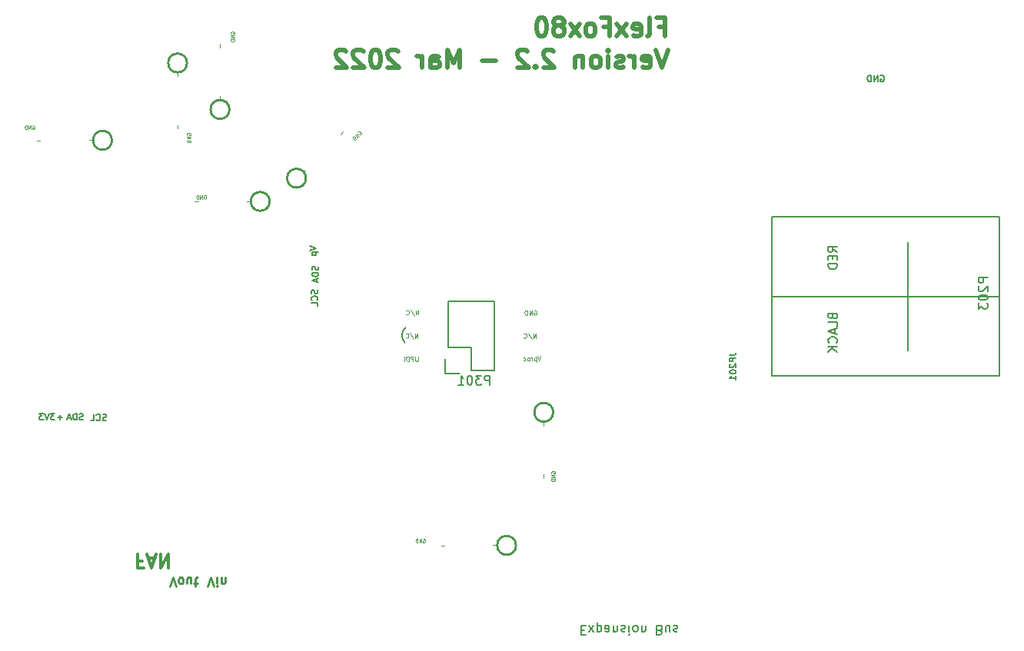
<source format=gbo>
G04 #@! TF.GenerationSoftware,KiCad,Pcbnew,(5.1.9-0-10_14)*
G04 #@! TF.CreationDate,2022-03-31T14:03:38-04:00*
G04 #@! TF.ProjectId,FlexFox80,466c6578-466f-4783-9830-2e6b69636164,1.10*
G04 #@! TF.SameCoordinates,Original*
G04 #@! TF.FileFunction,Legend,Bot*
G04 #@! TF.FilePolarity,Positive*
%FSLAX46Y46*%
G04 Gerber Fmt 4.6, Leading zero omitted, Abs format (unit mm)*
G04 Created by KiCad (PCBNEW (5.1.9-0-10_14)) date 2022-03-31 14:03:38*
%MOMM*%
%LPD*%
G01*
G04 APERTURE LIST*
%ADD10C,0.300000*%
%ADD11C,0.250000*%
%ADD12C,0.175000*%
%ADD13C,0.200000*%
%ADD14C,0.125000*%
%ADD15C,0.500000*%
%ADD16C,0.150000*%
%ADD17C,0.100000*%
G04 APERTURE END LIST*
D10*
X32995714Y-99647142D02*
X32495714Y-99647142D01*
X32495714Y-98861428D02*
X32495714Y-100361428D01*
X33210000Y-100361428D01*
X33710000Y-99290000D02*
X34424285Y-99290000D01*
X33567142Y-98861428D02*
X34067142Y-100361428D01*
X34567142Y-98861428D01*
X35067142Y-98861428D02*
X35067142Y-100361428D01*
X35924285Y-98861428D01*
X35924285Y-100361428D01*
D11*
X36066190Y-102447619D02*
X36399523Y-101447619D01*
X36732857Y-102447619D01*
X37209047Y-101447619D02*
X37113809Y-101495238D01*
X37066190Y-101542857D01*
X37018571Y-101638095D01*
X37018571Y-101923809D01*
X37066190Y-102019047D01*
X37113809Y-102066666D01*
X37209047Y-102114285D01*
X37351904Y-102114285D01*
X37447142Y-102066666D01*
X37494761Y-102019047D01*
X37542380Y-101923809D01*
X37542380Y-101638095D01*
X37494761Y-101542857D01*
X37447142Y-101495238D01*
X37351904Y-101447619D01*
X37209047Y-101447619D01*
X38399523Y-102114285D02*
X38399523Y-101447619D01*
X37970952Y-102114285D02*
X37970952Y-101590476D01*
X38018571Y-101495238D01*
X38113809Y-101447619D01*
X38256666Y-101447619D01*
X38351904Y-101495238D01*
X38399523Y-101542857D01*
X38732857Y-102114285D02*
X39113809Y-102114285D01*
X38875714Y-102447619D02*
X38875714Y-101590476D01*
X38923333Y-101495238D01*
X39018571Y-101447619D01*
X39113809Y-101447619D01*
X40256190Y-102427619D02*
X40589523Y-101427619D01*
X40922857Y-102427619D01*
X41256190Y-101427619D02*
X41256190Y-102094285D01*
X41256190Y-102427619D02*
X41208571Y-102380000D01*
X41256190Y-102332380D01*
X41303809Y-102380000D01*
X41256190Y-102427619D01*
X41256190Y-102332380D01*
X41732380Y-102094285D02*
X41732380Y-101427619D01*
X41732380Y-101999047D02*
X41780000Y-102046666D01*
X41875238Y-102094285D01*
X42018095Y-102094285D01*
X42113333Y-102046666D01*
X42160952Y-101951428D01*
X42160952Y-101427619D01*
D12*
X52403333Y-67170000D02*
X52436666Y-67270000D01*
X52436666Y-67436666D01*
X52403333Y-67503333D01*
X52370000Y-67536666D01*
X52303333Y-67570000D01*
X52236666Y-67570000D01*
X52170000Y-67536666D01*
X52136666Y-67503333D01*
X52103333Y-67436666D01*
X52070000Y-67303333D01*
X52036666Y-67236666D01*
X52003333Y-67203333D01*
X51936666Y-67170000D01*
X51870000Y-67170000D01*
X51803333Y-67203333D01*
X51770000Y-67236666D01*
X51736666Y-67303333D01*
X51736666Y-67470000D01*
X51770000Y-67570000D01*
X52436666Y-67870000D02*
X51736666Y-67870000D01*
X51736666Y-68036666D01*
X51770000Y-68136666D01*
X51836666Y-68203333D01*
X51903333Y-68236666D01*
X52036666Y-68270000D01*
X52136666Y-68270000D01*
X52270000Y-68236666D01*
X52336666Y-68203333D01*
X52403333Y-68136666D01*
X52436666Y-68036666D01*
X52436666Y-67870000D01*
X52236666Y-68536666D02*
X52236666Y-68870000D01*
X52436666Y-68470000D02*
X51736666Y-68703333D01*
X52436666Y-68936666D01*
X51466666Y-64930000D02*
X52166666Y-65163333D01*
X51466666Y-65396666D01*
X51700000Y-65630000D02*
X52400000Y-65630000D01*
X51733333Y-65630000D02*
X51700000Y-65696666D01*
X51700000Y-65830000D01*
X51733333Y-65896666D01*
X51766666Y-65930000D01*
X51833333Y-65963333D01*
X52033333Y-65963333D01*
X52100000Y-65930000D01*
X52133333Y-65896666D01*
X52166666Y-65830000D01*
X52166666Y-65696666D01*
X52133333Y-65630000D01*
X52303333Y-69776666D02*
X52336666Y-69876666D01*
X52336666Y-70043333D01*
X52303333Y-70110000D01*
X52270000Y-70143333D01*
X52203333Y-70176666D01*
X52136666Y-70176666D01*
X52070000Y-70143333D01*
X52036666Y-70110000D01*
X52003333Y-70043333D01*
X51970000Y-69910000D01*
X51936666Y-69843333D01*
X51903333Y-69810000D01*
X51836666Y-69776666D01*
X51770000Y-69776666D01*
X51703333Y-69810000D01*
X51670000Y-69843333D01*
X51636666Y-69910000D01*
X51636666Y-70076666D01*
X51670000Y-70176666D01*
X52270000Y-70876666D02*
X52303333Y-70843333D01*
X52336666Y-70743333D01*
X52336666Y-70676666D01*
X52303333Y-70576666D01*
X52236666Y-70510000D01*
X52170000Y-70476666D01*
X52036666Y-70443333D01*
X51936666Y-70443333D01*
X51803333Y-70476666D01*
X51736666Y-70510000D01*
X51670000Y-70576666D01*
X51636666Y-70676666D01*
X51636666Y-70743333D01*
X51670000Y-70843333D01*
X51703333Y-70876666D01*
X52336666Y-71510000D02*
X52336666Y-71176666D01*
X51636666Y-71176666D01*
D13*
X81408095Y-107251428D02*
X81741428Y-107251428D01*
X81884285Y-106727619D02*
X81408095Y-106727619D01*
X81408095Y-107727619D01*
X81884285Y-107727619D01*
X82217619Y-106727619D02*
X82741428Y-107394285D01*
X82217619Y-107394285D02*
X82741428Y-106727619D01*
X83122380Y-107394285D02*
X83122380Y-106394285D01*
X83122380Y-107346666D02*
X83217619Y-107394285D01*
X83408095Y-107394285D01*
X83503333Y-107346666D01*
X83550952Y-107299047D01*
X83598571Y-107203809D01*
X83598571Y-106918095D01*
X83550952Y-106822857D01*
X83503333Y-106775238D01*
X83408095Y-106727619D01*
X83217619Y-106727619D01*
X83122380Y-106775238D01*
X84455714Y-106727619D02*
X84455714Y-107251428D01*
X84408095Y-107346666D01*
X84312857Y-107394285D01*
X84122380Y-107394285D01*
X84027142Y-107346666D01*
X84455714Y-106775238D02*
X84360476Y-106727619D01*
X84122380Y-106727619D01*
X84027142Y-106775238D01*
X83979523Y-106870476D01*
X83979523Y-106965714D01*
X84027142Y-107060952D01*
X84122380Y-107108571D01*
X84360476Y-107108571D01*
X84455714Y-107156190D01*
X84931904Y-107394285D02*
X84931904Y-106727619D01*
X84931904Y-107299047D02*
X84979523Y-107346666D01*
X85074761Y-107394285D01*
X85217619Y-107394285D01*
X85312857Y-107346666D01*
X85360476Y-107251428D01*
X85360476Y-106727619D01*
X85789047Y-106775238D02*
X85884285Y-106727619D01*
X86074761Y-106727619D01*
X86170000Y-106775238D01*
X86217619Y-106870476D01*
X86217619Y-106918095D01*
X86170000Y-107013333D01*
X86074761Y-107060952D01*
X85931904Y-107060952D01*
X85836666Y-107108571D01*
X85789047Y-107203809D01*
X85789047Y-107251428D01*
X85836666Y-107346666D01*
X85931904Y-107394285D01*
X86074761Y-107394285D01*
X86170000Y-107346666D01*
X86646190Y-106727619D02*
X86646190Y-107394285D01*
X86646190Y-107727619D02*
X86598571Y-107680000D01*
X86646190Y-107632380D01*
X86693809Y-107680000D01*
X86646190Y-107727619D01*
X86646190Y-107632380D01*
X87265238Y-106727619D02*
X87170000Y-106775238D01*
X87122380Y-106822857D01*
X87074761Y-106918095D01*
X87074761Y-107203809D01*
X87122380Y-107299047D01*
X87170000Y-107346666D01*
X87265238Y-107394285D01*
X87408095Y-107394285D01*
X87503333Y-107346666D01*
X87550952Y-107299047D01*
X87598571Y-107203809D01*
X87598571Y-106918095D01*
X87550952Y-106822857D01*
X87503333Y-106775238D01*
X87408095Y-106727619D01*
X87265238Y-106727619D01*
X88027142Y-107394285D02*
X88027142Y-106727619D01*
X88027142Y-107299047D02*
X88074761Y-107346666D01*
X88170000Y-107394285D01*
X88312857Y-107394285D01*
X88408095Y-107346666D01*
X88455714Y-107251428D01*
X88455714Y-106727619D01*
X90027142Y-107251428D02*
X90170000Y-107203809D01*
X90217619Y-107156190D01*
X90265238Y-107060952D01*
X90265238Y-106918095D01*
X90217619Y-106822857D01*
X90170000Y-106775238D01*
X90074761Y-106727619D01*
X89693809Y-106727619D01*
X89693809Y-107727619D01*
X90027142Y-107727619D01*
X90122380Y-107680000D01*
X90170000Y-107632380D01*
X90217619Y-107537142D01*
X90217619Y-107441904D01*
X90170000Y-107346666D01*
X90122380Y-107299047D01*
X90027142Y-107251428D01*
X89693809Y-107251428D01*
X91122380Y-107394285D02*
X91122380Y-106727619D01*
X90693809Y-107394285D02*
X90693809Y-106870476D01*
X90741428Y-106775238D01*
X90836666Y-106727619D01*
X90979523Y-106727619D01*
X91074761Y-106775238D01*
X91122380Y-106822857D01*
X91550952Y-106775238D02*
X91646190Y-106727619D01*
X91836666Y-106727619D01*
X91931904Y-106775238D01*
X91979523Y-106870476D01*
X91979523Y-106918095D01*
X91931904Y-107013333D01*
X91836666Y-107060952D01*
X91693809Y-107060952D01*
X91598571Y-107108571D01*
X91550952Y-107203809D01*
X91550952Y-107251428D01*
X91598571Y-107346666D01*
X91693809Y-107394285D01*
X91836666Y-107394285D01*
X91931904Y-107346666D01*
D12*
X24213333Y-83820000D02*
X23680000Y-83820000D01*
X23946666Y-84086666D02*
X23946666Y-83553333D01*
X23413333Y-83386666D02*
X22980000Y-83386666D01*
X23213333Y-83653333D01*
X23113333Y-83653333D01*
X23046666Y-83686666D01*
X23013333Y-83720000D01*
X22980000Y-83786666D01*
X22980000Y-83953333D01*
X23013333Y-84020000D01*
X23046666Y-84053333D01*
X23113333Y-84086666D01*
X23313333Y-84086666D01*
X23380000Y-84053333D01*
X23413333Y-84020000D01*
X22780000Y-83386666D02*
X22546666Y-84086666D01*
X22313333Y-83386666D01*
X22146666Y-83386666D02*
X21713333Y-83386666D01*
X21946666Y-83653333D01*
X21846666Y-83653333D01*
X21780000Y-83686666D01*
X21746666Y-83720000D01*
X21713333Y-83786666D01*
X21713333Y-83953333D01*
X21746666Y-84020000D01*
X21780000Y-84053333D01*
X21846666Y-84086666D01*
X22046666Y-84086666D01*
X22113333Y-84053333D01*
X22146666Y-84020000D01*
D13*
X61940000Y-75560000D02*
G75*
G02*
X62020000Y-73900000I870000J790000D01*
G01*
D12*
X29073333Y-84103333D02*
X28973333Y-84136666D01*
X28806666Y-84136666D01*
X28740000Y-84103333D01*
X28706666Y-84070000D01*
X28673333Y-84003333D01*
X28673333Y-83936666D01*
X28706666Y-83870000D01*
X28740000Y-83836666D01*
X28806666Y-83803333D01*
X28940000Y-83770000D01*
X29006666Y-83736666D01*
X29040000Y-83703333D01*
X29073333Y-83636666D01*
X29073333Y-83570000D01*
X29040000Y-83503333D01*
X29006666Y-83470000D01*
X28940000Y-83436666D01*
X28773333Y-83436666D01*
X28673333Y-83470000D01*
X27973333Y-84070000D02*
X28006666Y-84103333D01*
X28106666Y-84136666D01*
X28173333Y-84136666D01*
X28273333Y-84103333D01*
X28340000Y-84036666D01*
X28373333Y-83970000D01*
X28406666Y-83836666D01*
X28406666Y-83736666D01*
X28373333Y-83603333D01*
X28340000Y-83536666D01*
X28273333Y-83470000D01*
X28173333Y-83436666D01*
X28106666Y-83436666D01*
X28006666Y-83470000D01*
X27973333Y-83503333D01*
X27340000Y-84136666D02*
X27673333Y-84136666D01*
X27673333Y-83436666D01*
X26510000Y-84053333D02*
X26410000Y-84086666D01*
X26243333Y-84086666D01*
X26176666Y-84053333D01*
X26143333Y-84020000D01*
X26110000Y-83953333D01*
X26110000Y-83886666D01*
X26143333Y-83820000D01*
X26176666Y-83786666D01*
X26243333Y-83753333D01*
X26376666Y-83720000D01*
X26443333Y-83686666D01*
X26476666Y-83653333D01*
X26510000Y-83586666D01*
X26510000Y-83520000D01*
X26476666Y-83453333D01*
X26443333Y-83420000D01*
X26376666Y-83386666D01*
X26210000Y-83386666D01*
X26110000Y-83420000D01*
X25810000Y-84086666D02*
X25810000Y-83386666D01*
X25643333Y-83386666D01*
X25543333Y-83420000D01*
X25476666Y-83486666D01*
X25443333Y-83553333D01*
X25410000Y-83686666D01*
X25410000Y-83786666D01*
X25443333Y-83920000D01*
X25476666Y-83986666D01*
X25543333Y-84053333D01*
X25643333Y-84086666D01*
X25810000Y-84086666D01*
X25143333Y-83886666D02*
X24810000Y-83886666D01*
X25210000Y-84086666D02*
X24976666Y-83386666D01*
X24743333Y-84086666D01*
X114343333Y-46150000D02*
X114410000Y-46116666D01*
X114510000Y-46116666D01*
X114610000Y-46150000D01*
X114676666Y-46216666D01*
X114710000Y-46283333D01*
X114743333Y-46416666D01*
X114743333Y-46516666D01*
X114710000Y-46650000D01*
X114676666Y-46716666D01*
X114610000Y-46783333D01*
X114510000Y-46816666D01*
X114443333Y-46816666D01*
X114343333Y-46783333D01*
X114310000Y-46750000D01*
X114310000Y-46516666D01*
X114443333Y-46516666D01*
X114010000Y-46816666D02*
X114010000Y-46116666D01*
X113610000Y-46816666D01*
X113610000Y-46116666D01*
X113276666Y-46816666D02*
X113276666Y-46116666D01*
X113110000Y-46116666D01*
X113010000Y-46150000D01*
X112943333Y-46216666D01*
X112910000Y-46283333D01*
X112876666Y-46416666D01*
X112876666Y-46516666D01*
X112910000Y-46650000D01*
X112943333Y-46716666D01*
X113010000Y-46783333D01*
X113110000Y-46816666D01*
X113276666Y-46816666D01*
D14*
X76180952Y-72030000D02*
X76228571Y-72006190D01*
X76300000Y-72006190D01*
X76371428Y-72030000D01*
X76419047Y-72077619D01*
X76442857Y-72125238D01*
X76466666Y-72220476D01*
X76466666Y-72291904D01*
X76442857Y-72387142D01*
X76419047Y-72434761D01*
X76371428Y-72482380D01*
X76300000Y-72506190D01*
X76252380Y-72506190D01*
X76180952Y-72482380D01*
X76157142Y-72458571D01*
X76157142Y-72291904D01*
X76252380Y-72291904D01*
X75942857Y-72506190D02*
X75942857Y-72006190D01*
X75657142Y-72506190D01*
X75657142Y-72006190D01*
X75419047Y-72506190D02*
X75419047Y-72006190D01*
X75300000Y-72006190D01*
X75228571Y-72030000D01*
X75180952Y-72077619D01*
X75157142Y-72125238D01*
X75133333Y-72220476D01*
X75133333Y-72291904D01*
X75157142Y-72387142D01*
X75180952Y-72434761D01*
X75228571Y-72482380D01*
X75300000Y-72506190D01*
X75419047Y-72506190D01*
X76374761Y-75056190D02*
X76374761Y-74556190D01*
X76089047Y-75056190D01*
X76089047Y-74556190D01*
X75493809Y-74532380D02*
X75922380Y-75175238D01*
X75041428Y-75008571D02*
X75065238Y-75032380D01*
X75136666Y-75056190D01*
X75184285Y-75056190D01*
X75255714Y-75032380D01*
X75303333Y-74984761D01*
X75327142Y-74937142D01*
X75350952Y-74841904D01*
X75350952Y-74770476D01*
X75327142Y-74675238D01*
X75303333Y-74627619D01*
X75255714Y-74580000D01*
X75184285Y-74556190D01*
X75136666Y-74556190D01*
X75065238Y-74580000D01*
X75041428Y-74603809D01*
X76918095Y-77056190D02*
X76751428Y-77556190D01*
X76584761Y-77056190D01*
X76418095Y-77222857D02*
X76418095Y-77722857D01*
X76418095Y-77246666D02*
X76370476Y-77222857D01*
X76275238Y-77222857D01*
X76227619Y-77246666D01*
X76203809Y-77270476D01*
X76180000Y-77318095D01*
X76180000Y-77460952D01*
X76203809Y-77508571D01*
X76227619Y-77532380D01*
X76275238Y-77556190D01*
X76370476Y-77556190D01*
X76418095Y-77532380D01*
X75965714Y-77556190D02*
X75965714Y-77222857D01*
X75965714Y-77318095D02*
X75941904Y-77270476D01*
X75918095Y-77246666D01*
X75870476Y-77222857D01*
X75822857Y-77222857D01*
X75584761Y-77556190D02*
X75632380Y-77532380D01*
X75656190Y-77508571D01*
X75680000Y-77460952D01*
X75680000Y-77318095D01*
X75656190Y-77270476D01*
X75632380Y-77246666D01*
X75584761Y-77222857D01*
X75513333Y-77222857D01*
X75465714Y-77246666D01*
X75441904Y-77270476D01*
X75418095Y-77318095D01*
X75418095Y-77460952D01*
X75441904Y-77508571D01*
X75465714Y-77532380D01*
X75513333Y-77556190D01*
X75584761Y-77556190D01*
X74989523Y-77532380D02*
X75037142Y-77556190D01*
X75132380Y-77556190D01*
X75180000Y-77532380D01*
X75203809Y-77508571D01*
X75227619Y-77460952D01*
X75227619Y-77318095D01*
X75203809Y-77270476D01*
X75180000Y-77246666D01*
X75132380Y-77222857D01*
X75037142Y-77222857D01*
X74989523Y-77246666D01*
X63374761Y-75036190D02*
X63374761Y-74536190D01*
X63089047Y-75036190D01*
X63089047Y-74536190D01*
X62493809Y-74512380D02*
X62922380Y-75155238D01*
X62041428Y-74988571D02*
X62065238Y-75012380D01*
X62136666Y-75036190D01*
X62184285Y-75036190D01*
X62255714Y-75012380D01*
X62303333Y-74964761D01*
X62327142Y-74917142D01*
X62350952Y-74821904D01*
X62350952Y-74750476D01*
X62327142Y-74655238D01*
X62303333Y-74607619D01*
X62255714Y-74560000D01*
X62184285Y-74536190D01*
X62136666Y-74536190D01*
X62065238Y-74560000D01*
X62041428Y-74583809D01*
X63391904Y-77096190D02*
X63391904Y-77500952D01*
X63368095Y-77548571D01*
X63344285Y-77572380D01*
X63296666Y-77596190D01*
X63201428Y-77596190D01*
X63153809Y-77572380D01*
X63130000Y-77548571D01*
X63106190Y-77500952D01*
X63106190Y-77096190D01*
X62868095Y-77596190D02*
X62868095Y-77096190D01*
X62677619Y-77096190D01*
X62630000Y-77120000D01*
X62606190Y-77143809D01*
X62582380Y-77191428D01*
X62582380Y-77262857D01*
X62606190Y-77310476D01*
X62630000Y-77334285D01*
X62677619Y-77358095D01*
X62868095Y-77358095D01*
X62368095Y-77596190D02*
X62368095Y-77096190D01*
X62249047Y-77096190D01*
X62177619Y-77120000D01*
X62130000Y-77167619D01*
X62106190Y-77215238D01*
X62082380Y-77310476D01*
X62082380Y-77381904D01*
X62106190Y-77477142D01*
X62130000Y-77524761D01*
X62177619Y-77572380D01*
X62249047Y-77596190D01*
X62368095Y-77596190D01*
X61868095Y-77596190D02*
X61868095Y-77096190D01*
X63414761Y-72486190D02*
X63414761Y-71986190D01*
X63129047Y-72486190D01*
X63129047Y-71986190D01*
X62533809Y-71962380D02*
X62962380Y-72605238D01*
X62081428Y-72438571D02*
X62105238Y-72462380D01*
X62176666Y-72486190D01*
X62224285Y-72486190D01*
X62295714Y-72462380D01*
X62343333Y-72414761D01*
X62367142Y-72367142D01*
X62390952Y-72271904D01*
X62390952Y-72200476D01*
X62367142Y-72105238D01*
X62343333Y-72057619D01*
X62295714Y-72010000D01*
X62224285Y-71986190D01*
X62176666Y-71986190D01*
X62105238Y-72010000D01*
X62081428Y-72033809D01*
D15*
X89952142Y-40747142D02*
X90618809Y-40747142D01*
X90618809Y-41794761D02*
X90618809Y-39794761D01*
X89666428Y-39794761D01*
X88618809Y-41794761D02*
X88809285Y-41699523D01*
X88904523Y-41509047D01*
X88904523Y-39794761D01*
X87095000Y-41699523D02*
X87285476Y-41794761D01*
X87666428Y-41794761D01*
X87856904Y-41699523D01*
X87952142Y-41509047D01*
X87952142Y-40747142D01*
X87856904Y-40556666D01*
X87666428Y-40461428D01*
X87285476Y-40461428D01*
X87095000Y-40556666D01*
X86999761Y-40747142D01*
X86999761Y-40937619D01*
X87952142Y-41128095D01*
X86333095Y-41794761D02*
X85285476Y-40461428D01*
X86333095Y-40461428D02*
X85285476Y-41794761D01*
X83856904Y-40747142D02*
X84523571Y-40747142D01*
X84523571Y-41794761D02*
X84523571Y-39794761D01*
X83571190Y-39794761D01*
X82523571Y-41794761D02*
X82714047Y-41699523D01*
X82809285Y-41604285D01*
X82904523Y-41413809D01*
X82904523Y-40842380D01*
X82809285Y-40651904D01*
X82714047Y-40556666D01*
X82523571Y-40461428D01*
X82237857Y-40461428D01*
X82047380Y-40556666D01*
X81952142Y-40651904D01*
X81856904Y-40842380D01*
X81856904Y-41413809D01*
X81952142Y-41604285D01*
X82047380Y-41699523D01*
X82237857Y-41794761D01*
X82523571Y-41794761D01*
X81190238Y-41794761D02*
X80142619Y-40461428D01*
X81190238Y-40461428D02*
X80142619Y-41794761D01*
X79095000Y-40651904D02*
X79285476Y-40556666D01*
X79380714Y-40461428D01*
X79475952Y-40270952D01*
X79475952Y-40175714D01*
X79380714Y-39985238D01*
X79285476Y-39890000D01*
X79095000Y-39794761D01*
X78714047Y-39794761D01*
X78523571Y-39890000D01*
X78428333Y-39985238D01*
X78333095Y-40175714D01*
X78333095Y-40270952D01*
X78428333Y-40461428D01*
X78523571Y-40556666D01*
X78714047Y-40651904D01*
X79095000Y-40651904D01*
X79285476Y-40747142D01*
X79380714Y-40842380D01*
X79475952Y-41032857D01*
X79475952Y-41413809D01*
X79380714Y-41604285D01*
X79285476Y-41699523D01*
X79095000Y-41794761D01*
X78714047Y-41794761D01*
X78523571Y-41699523D01*
X78428333Y-41604285D01*
X78333095Y-41413809D01*
X78333095Y-41032857D01*
X78428333Y-40842380D01*
X78523571Y-40747142D01*
X78714047Y-40651904D01*
X77095000Y-39794761D02*
X76904523Y-39794761D01*
X76714047Y-39890000D01*
X76618809Y-39985238D01*
X76523571Y-40175714D01*
X76428333Y-40556666D01*
X76428333Y-41032857D01*
X76523571Y-41413809D01*
X76618809Y-41604285D01*
X76714047Y-41699523D01*
X76904523Y-41794761D01*
X77095000Y-41794761D01*
X77285476Y-41699523D01*
X77380714Y-41604285D01*
X77475952Y-41413809D01*
X77571190Y-41032857D01*
X77571190Y-40556666D01*
X77475952Y-40175714D01*
X77380714Y-39985238D01*
X77285476Y-39890000D01*
X77095000Y-39794761D01*
X90904523Y-43294761D02*
X90237857Y-45294761D01*
X89571190Y-43294761D01*
X88142619Y-45199523D02*
X88333095Y-45294761D01*
X88714047Y-45294761D01*
X88904523Y-45199523D01*
X88999761Y-45009047D01*
X88999761Y-44247142D01*
X88904523Y-44056666D01*
X88714047Y-43961428D01*
X88333095Y-43961428D01*
X88142619Y-44056666D01*
X88047380Y-44247142D01*
X88047380Y-44437619D01*
X88999761Y-44628095D01*
X87190238Y-45294761D02*
X87190238Y-43961428D01*
X87190238Y-44342380D02*
X87095000Y-44151904D01*
X86999761Y-44056666D01*
X86809285Y-43961428D01*
X86618809Y-43961428D01*
X86047380Y-45199523D02*
X85856904Y-45294761D01*
X85475952Y-45294761D01*
X85285476Y-45199523D01*
X85190238Y-45009047D01*
X85190238Y-44913809D01*
X85285476Y-44723333D01*
X85475952Y-44628095D01*
X85761666Y-44628095D01*
X85952142Y-44532857D01*
X86047380Y-44342380D01*
X86047380Y-44247142D01*
X85952142Y-44056666D01*
X85761666Y-43961428D01*
X85475952Y-43961428D01*
X85285476Y-44056666D01*
X84333095Y-45294761D02*
X84333095Y-43961428D01*
X84333095Y-43294761D02*
X84428333Y-43390000D01*
X84333095Y-43485238D01*
X84237857Y-43390000D01*
X84333095Y-43294761D01*
X84333095Y-43485238D01*
X83095000Y-45294761D02*
X83285476Y-45199523D01*
X83380714Y-45104285D01*
X83475952Y-44913809D01*
X83475952Y-44342380D01*
X83380714Y-44151904D01*
X83285476Y-44056666D01*
X83095000Y-43961428D01*
X82809285Y-43961428D01*
X82618809Y-44056666D01*
X82523571Y-44151904D01*
X82428333Y-44342380D01*
X82428333Y-44913809D01*
X82523571Y-45104285D01*
X82618809Y-45199523D01*
X82809285Y-45294761D01*
X83095000Y-45294761D01*
X81571190Y-43961428D02*
X81571190Y-45294761D01*
X81571190Y-44151904D02*
X81475952Y-44056666D01*
X81285476Y-43961428D01*
X80999761Y-43961428D01*
X80809285Y-44056666D01*
X80714047Y-44247142D01*
X80714047Y-45294761D01*
X78333095Y-43485238D02*
X78237857Y-43390000D01*
X78047380Y-43294761D01*
X77571190Y-43294761D01*
X77380714Y-43390000D01*
X77285476Y-43485238D01*
X77190238Y-43675714D01*
X77190238Y-43866190D01*
X77285476Y-44151904D01*
X78428333Y-45294761D01*
X77190238Y-45294761D01*
X76333095Y-45104285D02*
X76237857Y-45199523D01*
X76333095Y-45294761D01*
X76428333Y-45199523D01*
X76333095Y-45104285D01*
X76333095Y-45294761D01*
X75475952Y-43485238D02*
X75380714Y-43390000D01*
X75190238Y-43294761D01*
X74714047Y-43294761D01*
X74523571Y-43390000D01*
X74428333Y-43485238D01*
X74333095Y-43675714D01*
X74333095Y-43866190D01*
X74428333Y-44151904D01*
X75571190Y-45294761D01*
X74333095Y-45294761D01*
X71952142Y-44532857D02*
X70428333Y-44532857D01*
X67952142Y-45294761D02*
X67952142Y-43294761D01*
X67285476Y-44723333D01*
X66618809Y-43294761D01*
X66618809Y-45294761D01*
X64809285Y-45294761D02*
X64809285Y-44247142D01*
X64904523Y-44056666D01*
X65095000Y-43961428D01*
X65475952Y-43961428D01*
X65666428Y-44056666D01*
X64809285Y-45199523D02*
X64999761Y-45294761D01*
X65475952Y-45294761D01*
X65666428Y-45199523D01*
X65761666Y-45009047D01*
X65761666Y-44818571D01*
X65666428Y-44628095D01*
X65475952Y-44532857D01*
X64999761Y-44532857D01*
X64809285Y-44437619D01*
X63856904Y-45294761D02*
X63856904Y-43961428D01*
X63856904Y-44342380D02*
X63761666Y-44151904D01*
X63666428Y-44056666D01*
X63475952Y-43961428D01*
X63285476Y-43961428D01*
X61190238Y-43485238D02*
X61095000Y-43390000D01*
X60904523Y-43294761D01*
X60428333Y-43294761D01*
X60237857Y-43390000D01*
X60142619Y-43485238D01*
X60047380Y-43675714D01*
X60047380Y-43866190D01*
X60142619Y-44151904D01*
X61285476Y-45294761D01*
X60047380Y-45294761D01*
X58809285Y-43294761D02*
X58618809Y-43294761D01*
X58428333Y-43390000D01*
X58333095Y-43485238D01*
X58237857Y-43675714D01*
X58142619Y-44056666D01*
X58142619Y-44532857D01*
X58237857Y-44913809D01*
X58333095Y-45104285D01*
X58428333Y-45199523D01*
X58618809Y-45294761D01*
X58809285Y-45294761D01*
X58999761Y-45199523D01*
X59095000Y-45104285D01*
X59190238Y-44913809D01*
X59285476Y-44532857D01*
X59285476Y-44056666D01*
X59190238Y-43675714D01*
X59095000Y-43485238D01*
X58999761Y-43390000D01*
X58809285Y-43294761D01*
X57380714Y-43485238D02*
X57285476Y-43390000D01*
X57095000Y-43294761D01*
X56618809Y-43294761D01*
X56428333Y-43390000D01*
X56333095Y-43485238D01*
X56237857Y-43675714D01*
X56237857Y-43866190D01*
X56333095Y-44151904D01*
X57475952Y-45294761D01*
X56237857Y-45294761D01*
X55475952Y-43485238D02*
X55380714Y-43390000D01*
X55190238Y-43294761D01*
X54714047Y-43294761D01*
X54523571Y-43390000D01*
X54428333Y-43485238D01*
X54333095Y-43675714D01*
X54333095Y-43866190D01*
X54428333Y-44151904D01*
X55571190Y-45294761D01*
X54333095Y-45294761D01*
D16*
X127390000Y-70465000D02*
X102390000Y-70465000D01*
X117390000Y-64465000D02*
X117390000Y-76465000D01*
X102390000Y-61695000D02*
X102390000Y-79235000D01*
X127390000Y-79235000D02*
X127390000Y-61695000D01*
X127390000Y-79235000D02*
X102390000Y-79235000D01*
X127390000Y-61695000D02*
X102390000Y-61695000D01*
X71780000Y-76130000D02*
X71780000Y-78670000D01*
X71780000Y-78670000D02*
X69240000Y-78670000D01*
X66420000Y-78950000D02*
X66420000Y-77400000D01*
X71780000Y-71050000D02*
X71780000Y-76130000D01*
X66700000Y-71050000D02*
X71780000Y-71050000D01*
X69240000Y-76130000D02*
X66700000Y-76130000D01*
X69240000Y-78670000D02*
X69240000Y-76130000D01*
X66420000Y-78950000D02*
X67970000Y-78950000D01*
X66700000Y-76130000D02*
X66700000Y-71050000D01*
D11*
X51057122Y-57448980D02*
G75*
G03*
X51057122Y-57448980I-1038142J0D01*
G01*
D17*
X50818223Y-56667698D02*
X51078650Y-56407271D01*
X54850358Y-52599642D02*
X55110785Y-52339215D01*
D11*
X78285442Y-83240000D02*
G75*
G03*
X78285442Y-83240000I-1038142J0D01*
G01*
D17*
X77234600Y-84357600D02*
X77234600Y-84725900D01*
X77260000Y-90085300D02*
X77260000Y-90453600D01*
D11*
X47058142Y-60007300D02*
G75*
G03*
X47058142Y-60007300I-1038142J0D01*
G01*
D17*
X44902400Y-59994600D02*
X44534100Y-59994600D01*
X39174700Y-60020000D02*
X38806400Y-60020000D01*
D11*
X37955442Y-44760000D02*
G75*
G03*
X37955442Y-44760000I-1038142J0D01*
G01*
D17*
X36904600Y-45877600D02*
X36904600Y-46245900D01*
X36930000Y-51605300D02*
X36930000Y-51973600D01*
D11*
X29688142Y-53277300D02*
G75*
G03*
X29688142Y-53277300I-1038142J0D01*
G01*
D17*
X27532400Y-53264600D02*
X27164100Y-53264600D01*
X21804700Y-53290000D02*
X21436400Y-53290000D01*
D11*
X42630842Y-49880000D02*
G75*
G03*
X42630842Y-49880000I-1038142J0D01*
G01*
D17*
X41605400Y-48762400D02*
X41605400Y-48394100D01*
X41580000Y-43034700D02*
X41580000Y-42666400D01*
D11*
X74188142Y-97897300D02*
G75*
G03*
X74188142Y-97897300I-1038142J0D01*
G01*
D17*
X72032400Y-97884600D02*
X71664100Y-97884600D01*
X66304700Y-97910000D02*
X65936400Y-97910000D01*
D16*
X126132380Y-68399523D02*
X125132380Y-68399523D01*
X125132380Y-68780476D01*
X125180000Y-68875714D01*
X125227619Y-68923333D01*
X125322857Y-68970952D01*
X125465714Y-68970952D01*
X125560952Y-68923333D01*
X125608571Y-68875714D01*
X125656190Y-68780476D01*
X125656190Y-68399523D01*
X125227619Y-69351904D02*
X125180000Y-69399523D01*
X125132380Y-69494761D01*
X125132380Y-69732857D01*
X125180000Y-69828095D01*
X125227619Y-69875714D01*
X125322857Y-69923333D01*
X125418095Y-69923333D01*
X125560952Y-69875714D01*
X126132380Y-69304285D01*
X126132380Y-69923333D01*
X125132380Y-70542380D02*
X125132380Y-70637619D01*
X125180000Y-70732857D01*
X125227619Y-70780476D01*
X125322857Y-70828095D01*
X125513333Y-70875714D01*
X125751428Y-70875714D01*
X125941904Y-70828095D01*
X126037142Y-70780476D01*
X126084761Y-70732857D01*
X126132380Y-70637619D01*
X126132380Y-70542380D01*
X126084761Y-70447142D01*
X126037142Y-70399523D01*
X125941904Y-70351904D01*
X125751428Y-70304285D01*
X125513333Y-70304285D01*
X125322857Y-70351904D01*
X125227619Y-70399523D01*
X125180000Y-70447142D01*
X125132380Y-70542380D01*
X125132380Y-71209047D02*
X125132380Y-71828095D01*
X125513333Y-71494761D01*
X125513333Y-71637619D01*
X125560952Y-71732857D01*
X125608571Y-71780476D01*
X125703809Y-71828095D01*
X125941904Y-71828095D01*
X126037142Y-71780476D01*
X126084761Y-71732857D01*
X126132380Y-71637619D01*
X126132380Y-71351904D01*
X126084761Y-71256666D01*
X126037142Y-71209047D01*
X109048571Y-72663095D02*
X109096190Y-72805952D01*
X109143809Y-72853571D01*
X109239047Y-72901190D01*
X109381904Y-72901190D01*
X109477142Y-72853571D01*
X109524761Y-72805952D01*
X109572380Y-72710714D01*
X109572380Y-72329761D01*
X108572380Y-72329761D01*
X108572380Y-72663095D01*
X108620000Y-72758333D01*
X108667619Y-72805952D01*
X108762857Y-72853571D01*
X108858095Y-72853571D01*
X108953333Y-72805952D01*
X109000952Y-72758333D01*
X109048571Y-72663095D01*
X109048571Y-72329761D01*
X109572380Y-73805952D02*
X109572380Y-73329761D01*
X108572380Y-73329761D01*
X109286666Y-74091666D02*
X109286666Y-74567857D01*
X109572380Y-73996428D02*
X108572380Y-74329761D01*
X109572380Y-74663095D01*
X109477142Y-75567857D02*
X109524761Y-75520238D01*
X109572380Y-75377380D01*
X109572380Y-75282142D01*
X109524761Y-75139285D01*
X109429523Y-75044047D01*
X109334285Y-74996428D01*
X109143809Y-74948809D01*
X109000952Y-74948809D01*
X108810476Y-74996428D01*
X108715238Y-75044047D01*
X108620000Y-75139285D01*
X108572380Y-75282142D01*
X108572380Y-75377380D01*
X108620000Y-75520238D01*
X108667619Y-75567857D01*
X109572380Y-75996428D02*
X108572380Y-75996428D01*
X109572380Y-76567857D02*
X109000952Y-76139285D01*
X108572380Y-76567857D02*
X109143809Y-75996428D01*
X109542380Y-65572142D02*
X109066190Y-65238809D01*
X109542380Y-65000714D02*
X108542380Y-65000714D01*
X108542380Y-65381666D01*
X108590000Y-65476904D01*
X108637619Y-65524523D01*
X108732857Y-65572142D01*
X108875714Y-65572142D01*
X108970952Y-65524523D01*
X109018571Y-65476904D01*
X109066190Y-65381666D01*
X109066190Y-65000714D01*
X109018571Y-66000714D02*
X109018571Y-66334047D01*
X109542380Y-66476904D02*
X109542380Y-66000714D01*
X108542380Y-66000714D01*
X108542380Y-66476904D01*
X109542380Y-66905476D02*
X108542380Y-66905476D01*
X108542380Y-67143571D01*
X108590000Y-67286428D01*
X108685238Y-67381666D01*
X108780476Y-67429285D01*
X108970952Y-67476904D01*
X109113809Y-67476904D01*
X109304285Y-67429285D01*
X109399523Y-67381666D01*
X109494761Y-67286428D01*
X109542380Y-67143571D01*
X109542380Y-66905476D01*
X71290476Y-80202380D02*
X71290476Y-79202380D01*
X70909523Y-79202380D01*
X70814285Y-79250000D01*
X70766666Y-79297619D01*
X70719047Y-79392857D01*
X70719047Y-79535714D01*
X70766666Y-79630952D01*
X70814285Y-79678571D01*
X70909523Y-79726190D01*
X71290476Y-79726190D01*
X70385714Y-79202380D02*
X69766666Y-79202380D01*
X70100000Y-79583333D01*
X69957142Y-79583333D01*
X69861904Y-79630952D01*
X69814285Y-79678571D01*
X69766666Y-79773809D01*
X69766666Y-80011904D01*
X69814285Y-80107142D01*
X69861904Y-80154761D01*
X69957142Y-80202380D01*
X70242857Y-80202380D01*
X70338095Y-80154761D01*
X70385714Y-80107142D01*
X69147619Y-79202380D02*
X69052380Y-79202380D01*
X68957142Y-79250000D01*
X68909523Y-79297619D01*
X68861904Y-79392857D01*
X68814285Y-79583333D01*
X68814285Y-79821428D01*
X68861904Y-80011904D01*
X68909523Y-80107142D01*
X68957142Y-80154761D01*
X69052380Y-80202380D01*
X69147619Y-80202380D01*
X69242857Y-80154761D01*
X69290476Y-80107142D01*
X69338095Y-80011904D01*
X69385714Y-79821428D01*
X69385714Y-79583333D01*
X69338095Y-79392857D01*
X69290476Y-79297619D01*
X69242857Y-79250000D01*
X69147619Y-79202380D01*
X67861904Y-80202380D02*
X68433333Y-80202380D01*
X68147619Y-80202380D02*
X68147619Y-79202380D01*
X68242857Y-79345238D01*
X68338095Y-79440476D01*
X68433333Y-79488095D01*
D17*
X56752094Y-52409103D02*
X56765563Y-52368697D01*
X56805969Y-52328291D01*
X56859844Y-52301353D01*
X56913719Y-52301353D01*
X56954125Y-52314822D01*
X57021468Y-52355228D01*
X57061874Y-52395634D01*
X57102281Y-52462978D01*
X57115749Y-52503384D01*
X57115749Y-52557259D01*
X57088812Y-52611133D01*
X57061874Y-52638071D01*
X57008000Y-52665008D01*
X56981062Y-52665008D01*
X56886781Y-52570727D01*
X56940656Y-52516853D01*
X56886781Y-52813164D02*
X56603939Y-52530321D01*
X56725157Y-52974788D01*
X56442314Y-52691946D01*
X56590470Y-53109475D02*
X56307627Y-52826633D01*
X56240284Y-52893976D01*
X56213346Y-52947851D01*
X56213346Y-53001726D01*
X56226815Y-53042132D01*
X56267221Y-53109475D01*
X56307627Y-53149881D01*
X56374971Y-53190288D01*
X56415377Y-53203756D01*
X56469252Y-53203756D01*
X56523126Y-53176819D01*
X56590470Y-53109475D01*
X78090000Y-89965238D02*
X78070952Y-89927142D01*
X78070952Y-89870000D01*
X78090000Y-89812857D01*
X78128095Y-89774761D01*
X78166190Y-89755714D01*
X78242380Y-89736666D01*
X78299523Y-89736666D01*
X78375714Y-89755714D01*
X78413809Y-89774761D01*
X78451904Y-89812857D01*
X78470952Y-89870000D01*
X78470952Y-89908095D01*
X78451904Y-89965238D01*
X78432857Y-89984285D01*
X78299523Y-89984285D01*
X78299523Y-89908095D01*
X78470952Y-90155714D02*
X78070952Y-90155714D01*
X78470952Y-90384285D01*
X78070952Y-90384285D01*
X78470952Y-90574761D02*
X78070952Y-90574761D01*
X78070952Y-90670000D01*
X78090000Y-90727142D01*
X78128095Y-90765238D01*
X78166190Y-90784285D01*
X78242380Y-90803333D01*
X78299523Y-90803333D01*
X78375714Y-90784285D01*
X78413809Y-90765238D01*
X78451904Y-90727142D01*
X78470952Y-90670000D01*
X78470952Y-90574761D01*
X39824761Y-59330000D02*
X39862857Y-59310952D01*
X39920000Y-59310952D01*
X39977142Y-59330000D01*
X40015238Y-59368095D01*
X40034285Y-59406190D01*
X40053333Y-59482380D01*
X40053333Y-59539523D01*
X40034285Y-59615714D01*
X40015238Y-59653809D01*
X39977142Y-59691904D01*
X39920000Y-59710952D01*
X39881904Y-59710952D01*
X39824761Y-59691904D01*
X39805714Y-59672857D01*
X39805714Y-59539523D01*
X39881904Y-59539523D01*
X39634285Y-59710952D02*
X39634285Y-59310952D01*
X39405714Y-59710952D01*
X39405714Y-59310952D01*
X39215238Y-59710952D02*
X39215238Y-59310952D01*
X39120000Y-59310952D01*
X39062857Y-59330000D01*
X39024761Y-59368095D01*
X39005714Y-59406190D01*
X38986666Y-59482380D01*
X38986666Y-59539523D01*
X39005714Y-59615714D01*
X39024761Y-59653809D01*
X39062857Y-59691904D01*
X39120000Y-59710952D01*
X39215238Y-59710952D01*
X37980000Y-52685238D02*
X37960952Y-52647142D01*
X37960952Y-52590000D01*
X37980000Y-52532857D01*
X38018095Y-52494761D01*
X38056190Y-52475714D01*
X38132380Y-52456666D01*
X38189523Y-52456666D01*
X38265714Y-52475714D01*
X38303809Y-52494761D01*
X38341904Y-52532857D01*
X38360952Y-52590000D01*
X38360952Y-52628095D01*
X38341904Y-52685238D01*
X38322857Y-52704285D01*
X38189523Y-52704285D01*
X38189523Y-52628095D01*
X38360952Y-52875714D02*
X37960952Y-52875714D01*
X38360952Y-53104285D01*
X37960952Y-53104285D01*
X38360952Y-53294761D02*
X37960952Y-53294761D01*
X37960952Y-53390000D01*
X37980000Y-53447142D01*
X38018095Y-53485238D01*
X38056190Y-53504285D01*
X38132380Y-53523333D01*
X38189523Y-53523333D01*
X38265714Y-53504285D01*
X38303809Y-53485238D01*
X38341904Y-53447142D01*
X38360952Y-53390000D01*
X38360952Y-53294761D01*
X20934761Y-51680000D02*
X20972857Y-51660952D01*
X21030000Y-51660952D01*
X21087142Y-51680000D01*
X21125238Y-51718095D01*
X21144285Y-51756190D01*
X21163333Y-51832380D01*
X21163333Y-51889523D01*
X21144285Y-51965714D01*
X21125238Y-52003809D01*
X21087142Y-52041904D01*
X21030000Y-52060952D01*
X20991904Y-52060952D01*
X20934761Y-52041904D01*
X20915714Y-52022857D01*
X20915714Y-51889523D01*
X20991904Y-51889523D01*
X20744285Y-52060952D02*
X20744285Y-51660952D01*
X20515714Y-52060952D01*
X20515714Y-51660952D01*
X20325238Y-52060952D02*
X20325238Y-51660952D01*
X20230000Y-51660952D01*
X20172857Y-51680000D01*
X20134761Y-51718095D01*
X20115714Y-51756190D01*
X20096666Y-51832380D01*
X20096666Y-51889523D01*
X20115714Y-51965714D01*
X20134761Y-52003809D01*
X20172857Y-52041904D01*
X20230000Y-52060952D01*
X20325238Y-52060952D01*
X42790000Y-41555238D02*
X42770952Y-41517142D01*
X42770952Y-41460000D01*
X42790000Y-41402857D01*
X42828095Y-41364761D01*
X42866190Y-41345714D01*
X42942380Y-41326666D01*
X42999523Y-41326666D01*
X43075714Y-41345714D01*
X43113809Y-41364761D01*
X43151904Y-41402857D01*
X43170952Y-41460000D01*
X43170952Y-41498095D01*
X43151904Y-41555238D01*
X43132857Y-41574285D01*
X42999523Y-41574285D01*
X42999523Y-41498095D01*
X43170952Y-41745714D02*
X42770952Y-41745714D01*
X43170952Y-41974285D01*
X42770952Y-41974285D01*
X43170952Y-42164761D02*
X42770952Y-42164761D01*
X42770952Y-42260000D01*
X42790000Y-42317142D01*
X42828095Y-42355238D01*
X42866190Y-42374285D01*
X42942380Y-42393333D01*
X42999523Y-42393333D01*
X43075714Y-42374285D01*
X43113809Y-42355238D01*
X43151904Y-42317142D01*
X43170952Y-42260000D01*
X43170952Y-42164761D01*
X63984761Y-97230000D02*
X64022857Y-97210952D01*
X64080000Y-97210952D01*
X64137142Y-97230000D01*
X64175238Y-97268095D01*
X64194285Y-97306190D01*
X64213333Y-97382380D01*
X64213333Y-97439523D01*
X64194285Y-97515714D01*
X64175238Y-97553809D01*
X64137142Y-97591904D01*
X64080000Y-97610952D01*
X64041904Y-97610952D01*
X63984761Y-97591904D01*
X63965714Y-97572857D01*
X63965714Y-97439523D01*
X64041904Y-97439523D01*
X63794285Y-97610952D02*
X63794285Y-97210952D01*
X63565714Y-97610952D01*
X63565714Y-97210952D01*
X63375238Y-97610952D02*
X63375238Y-97210952D01*
X63280000Y-97210952D01*
X63222857Y-97230000D01*
X63184761Y-97268095D01*
X63165714Y-97306190D01*
X63146666Y-97382380D01*
X63146666Y-97439523D01*
X63165714Y-97515714D01*
X63184761Y-97553809D01*
X63222857Y-97591904D01*
X63280000Y-97610952D01*
X63375238Y-97610952D01*
D16*
X97706666Y-76920000D02*
X98206666Y-76920000D01*
X98306666Y-76886666D01*
X98373333Y-76820000D01*
X98406666Y-76720000D01*
X98406666Y-76653333D01*
X98406666Y-77253333D02*
X97706666Y-77253333D01*
X97706666Y-77520000D01*
X97740000Y-77586666D01*
X97773333Y-77620000D01*
X97840000Y-77653333D01*
X97940000Y-77653333D01*
X98006666Y-77620000D01*
X98040000Y-77586666D01*
X98073333Y-77520000D01*
X98073333Y-77253333D01*
X97773333Y-77920000D02*
X97740000Y-77953333D01*
X97706666Y-78020000D01*
X97706666Y-78186666D01*
X97740000Y-78253333D01*
X97773333Y-78286666D01*
X97840000Y-78320000D01*
X97906666Y-78320000D01*
X98006666Y-78286666D01*
X98406666Y-77886666D01*
X98406666Y-78320000D01*
X97706666Y-78753333D02*
X97706666Y-78820000D01*
X97740000Y-78886666D01*
X97773333Y-78920000D01*
X97840000Y-78953333D01*
X97973333Y-78986666D01*
X98140000Y-78986666D01*
X98273333Y-78953333D01*
X98340000Y-78920000D01*
X98373333Y-78886666D01*
X98406666Y-78820000D01*
X98406666Y-78753333D01*
X98373333Y-78686666D01*
X98340000Y-78653333D01*
X98273333Y-78620000D01*
X98140000Y-78586666D01*
X97973333Y-78586666D01*
X97840000Y-78620000D01*
X97773333Y-78653333D01*
X97740000Y-78686666D01*
X97706666Y-78753333D01*
X98406666Y-79653333D02*
X98406666Y-79253333D01*
X98406666Y-79453333D02*
X97706666Y-79453333D01*
X97806666Y-79386666D01*
X97873333Y-79320000D01*
X97906666Y-79253333D01*
M02*

</source>
